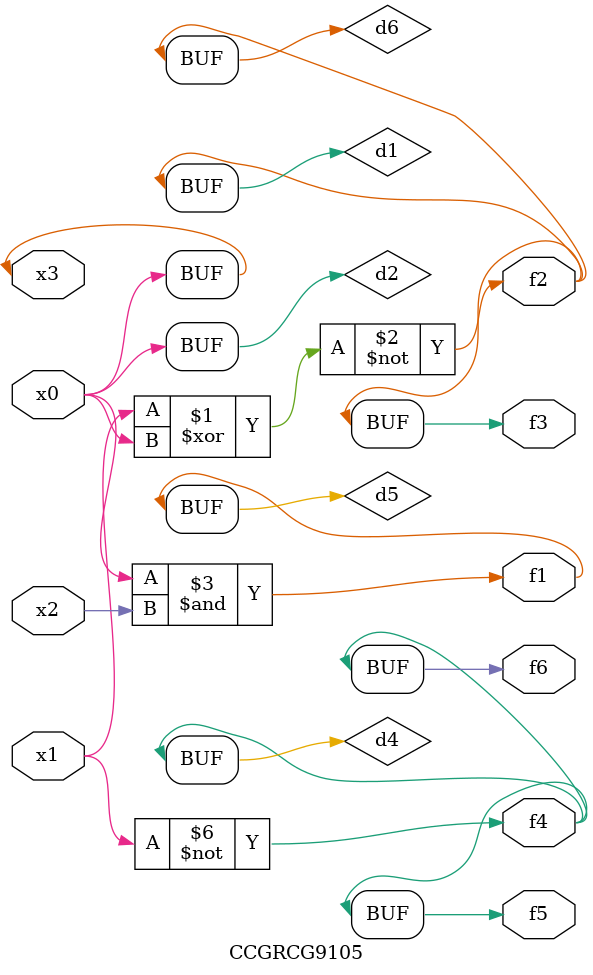
<source format=v>
module CCGRCG9105(
	input x0, x1, x2, x3,
	output f1, f2, f3, f4, f5, f6
);

	wire d1, d2, d3, d4, d5, d6;

	xnor (d1, x1, x3);
	buf (d2, x0, x3);
	nand (d3, x0, x2);
	not (d4, x1);
	nand (d5, d3);
	or (d6, d1);
	assign f1 = d5;
	assign f2 = d6;
	assign f3 = d6;
	assign f4 = d4;
	assign f5 = d4;
	assign f6 = d4;
endmodule

</source>
